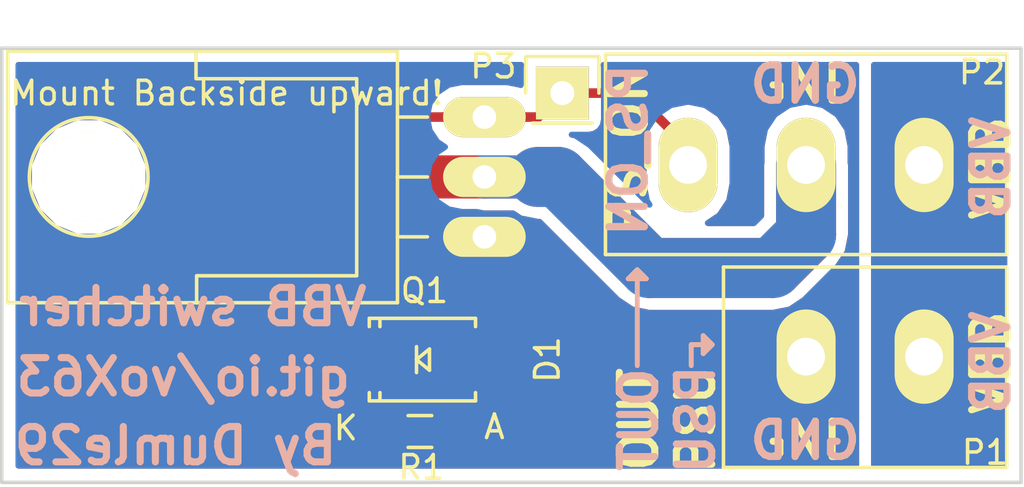
<source format=kicad_pcb>
(kicad_pcb (version 4) (host pcbnew 4.0.1-stable)

  (general
    (links 9)
    (no_connects 1)
    (area 115.494999 89.7518 158.825001 110.8332)
    (thickness 1.6)
    (drawings 59)
    (tracks 44)
    (zones 0)
    (modules 6)
    (nets 5)
  )

  (page A4)
  (layers
    (0 F.Cu signal)
    (31 B.Cu signal)
    (32 B.Adhes user)
    (33 F.Adhes user)
    (34 B.Paste user)
    (35 F.Paste user)
    (36 B.SilkS user)
    (37 F.SilkS user)
    (38 B.Mask user)
    (39 F.Mask user)
    (40 Dwgs.User user)
    (41 Cmts.User user)
    (42 Eco1.User user)
    (43 Eco2.User user)
    (44 Edge.Cuts user)
    (45 Margin user)
    (46 B.CrtYd user)
    (47 F.CrtYd user)
    (48 B.Fab user)
    (49 F.Fab user)
  )

  (setup
    (last_trace_width 1.8288)
    (user_trace_width 0.254)
    (user_trace_width 0.4064)
    (user_trace_width 0.8128)
    (user_trace_width 1.2192)
    (user_trace_width 1.4224)
    (user_trace_width 1.6256)
    (user_trace_width 1.8288)
    (user_trace_width 2.54)
    (trace_clearance 0.2032)
    (zone_clearance 0.508)
    (zone_45_only no)
    (trace_min 0.2)
    (segment_width 0.2)
    (edge_width 0.15)
    (via_size 0.9144)
    (via_drill 0.508)
    (via_min_size 0.4)
    (via_min_drill 0.3)
    (user_via 1.1684 0.762)
    (user_via 1.4224 1.016)
    (uvia_size 0.9144)
    (uvia_drill 0.508)
    (uvias_allowed no)
    (uvia_min_size 0.2)
    (uvia_min_drill 0.1)
    (pcb_text_width 0.3)
    (pcb_text_size 1.5 1.5)
    (mod_edge_width 0.15)
    (mod_text_size 1 1)
    (mod_text_width 0.15)
    (pad_size 1.524 1.524)
    (pad_drill 0.762)
    (pad_to_mask_clearance 0.2)
    (aux_axis_origin 0 0)
    (visible_elements FFFFFF7F)
    (pcbplotparams
      (layerselection 0x010f0_80000001)
      (usegerberextensions true)
      (excludeedgelayer true)
      (linewidth 0.100000)
      (plotframeref false)
      (viasonmask false)
      (mode 1)
      (useauxorigin false)
      (hpglpennumber 1)
      (hpglpenspeed 20)
      (hpglpendiameter 15)
      (hpglpenoverlay 2)
      (psnegative false)
      (psa4output false)
      (plotreference true)
      (plotvalue true)
      (plotinvisibletext false)
      (padsonsilk false)
      (subtractmaskfromsilk false)
      (outputformat 1)
      (mirror false)
      (drillshape 0)
      (scaleselection 1)
      (outputdirectory gerbers/))
  )

  (net 0 "")
  (net 1 "Net-(D1-Pad1)")
  (net 2 GND)
  (net 3 "Net-(P1-Pad2)")
  (net 4 "Net-(P2-Pad3)")

  (net_class Default "This is the default net class."
    (clearance 0.2032)
    (trace_width 0.2032)
    (via_dia 0.9144)
    (via_drill 0.508)
    (uvia_dia 0.9144)
    (uvia_drill 0.508)
    (add_net GND)
    (add_net "Net-(D1-Pad1)")
    (add_net "Net-(P1-Pad2)")
    (add_net "Net-(P2-Pad3)")
  )

  (module TO_SOT_Packages_THT:TO-220_Neutral123_Horizontal_Reverse_LargePads (layer F.Cu) (tedit 0) (tstamp 576B18FB)
    (at 136.017 97.536 90)
    (descr "TO-220, Neutral, Horizontal, Reverse, Large Pads,")
    (tags "TO-220, Neutral, Horizontal,  Reverse, Large Pads,")
    (path /576B13CF)
    (fp_text reference Q1 (at -4.826 -2.54 180) (layer F.SilkS)
      (effects (font (size 1 1) (thickness 0.15)))
    )
    (fp_text value AOT240L (at 1.27 3.81 90) (layer F.Fab)
      (effects (font (size 1 1) (thickness 0.15)))
    )
    (fp_line (start -2.54 -3.683) (end -2.54 -2.413) (layer F.SilkS) (width 0.15))
    (fp_line (start 0 -3.683) (end 0 -2.413) (layer F.SilkS) (width 0.15))
    (fp_line (start 2.54 -3.683) (end 2.54 -2.413) (layer F.SilkS) (width 0.15))
    (fp_text user "Mount Backside upward!" (at 3.556 -10.922 180) (layer F.SilkS)
      (effects (font (size 1 1) (thickness 0.15)))
    )
    (fp_line (start 4.1656 -12.2174) (end 5.3594 -12.2174) (layer F.SilkS) (width 0.15))
    (fp_line (start -4.191 -12.192) (end -5.334 -12.192) (layer F.SilkS) (width 0.15))
    (fp_line (start -4.191 -5.4102) (end -4.191 -12.1666) (layer F.SilkS) (width 0.15))
    (fp_line (start 4.1656 -12.192) (end 4.1656 -5.4102) (layer F.SilkS) (width 0.15))
    (fp_line (start 4.1656 -5.4102) (end -4.1656 -5.4102) (layer F.SilkS) (width 0.15))
    (fp_circle (center 0 -16.764) (end 1.778 -14.986) (layer F.SilkS) (width 0.15))
    (fp_line (start 5.334 -12.192) (end 5.334 -20.193) (layer F.SilkS) (width 0.15))
    (fp_line (start 5.334 -20.193) (end -5.334 -20.193) (layer F.SilkS) (width 0.15))
    (fp_line (start -5.334 -20.193) (end -5.334 -12.192) (layer F.SilkS) (width 0.15))
    (fp_line (start 5.334 -3.683) (end 5.334 -12.192) (layer F.SilkS) (width 0.15))
    (fp_line (start -5.334 -12.192) (end -5.334 -3.683) (layer F.SilkS) (width 0.15))
    (fp_line (start 0 -3.683) (end -5.334 -3.683) (layer F.SilkS) (width 0.15))
    (fp_line (start 0 -3.683) (end 5.334 -3.683) (layer F.SilkS) (width 0.15))
    (pad 2 thru_hole oval (at 0 0 180) (size 3.50012 1.69926) (drill 1.00076) (layers *.Cu *.Mask F.SilkS)
      (net 1 "Net-(D1-Pad1)"))
    (pad 3 thru_hole oval (at -2.54 0 180) (size 3.50012 1.69926) (drill 1.00076) (layers *.Cu *.Mask F.SilkS)
      (net 2 GND))
    (pad 1 thru_hole oval (at 2.54 0 180) (size 3.50012 1.69926) (drill 1.00076) (layers *.Cu *.Mask F.SilkS)
      (net 4 "Net-(P2-Pad3)"))
    (pad "" np_thru_hole circle (at 0 -16.764 180) (size 3.79984 3.79984) (drill 3.79984) (layers *.Cu *.Mask F.SilkS))
  )

  (module Resistors_SMD:R_0603_HandSoldering (layer F.Cu) (tedit 5418A00F) (tstamp 576B1901)
    (at 133.2865 108.331 180)
    (descr "Resistor SMD 0603, hand soldering")
    (tags "resistor 0603")
    (path /576B1413)
    (attr smd)
    (fp_text reference R1 (at -0.0635 -1.524 180) (layer F.SilkS)
      (effects (font (size 1 1) (thickness 0.15)))
    )
    (fp_text value 10k (at 0 1.9 180) (layer F.Fab)
      (effects (font (size 1 1) (thickness 0.15)))
    )
    (fp_line (start -2 -0.8) (end 2 -0.8) (layer F.CrtYd) (width 0.05))
    (fp_line (start -2 0.8) (end 2 0.8) (layer F.CrtYd) (width 0.05))
    (fp_line (start -2 -0.8) (end -2 0.8) (layer F.CrtYd) (width 0.05))
    (fp_line (start 2 -0.8) (end 2 0.8) (layer F.CrtYd) (width 0.05))
    (fp_line (start 0.5 0.675) (end -0.5 0.675) (layer F.SilkS) (width 0.15))
    (fp_line (start -0.5 -0.675) (end 0.5 -0.675) (layer F.SilkS) (width 0.15))
    (pad 1 smd rect (at -1.1 0 180) (size 1.2 0.9) (layers F.Cu F.Paste F.Mask)
      (net 2 GND))
    (pad 2 smd rect (at 1.1 0 180) (size 1.2 0.9) (layers F.Cu F.Paste F.Mask)
      (net 4 "Net-(P2-Pad3)"))
    (model Resistors_SMD.3dshapes/R_0603_HandSoldering.wrl
      (at (xyz 0 0 0))
      (scale (xyz 1 1 1))
      (rotate (xyz 0 0 0))
    )
  )

  (module Diodes_SMD:SMA_Handsoldering (layer F.Cu) (tedit 552FF1AB) (tstamp 576B18E2)
    (at 133.39064 105.283)
    (descr "Diode SMA Handsoldering")
    (tags "Diode SMA Handsoldering")
    (path /576B2201)
    (attr smd)
    (fp_text reference D1 (at 5.29336 0 90) (layer F.SilkS)
      (effects (font (size 1 1) (thickness 0.15)))
    )
    (fp_text value 1N4007 (at 0.05 4.4) (layer F.Fab)
      (effects (font (size 1 1) (thickness 0.15)))
    )
    (fp_line (start -4.5 -2) (end 4.5 -2) (layer F.CrtYd) (width 0.05))
    (fp_line (start 4.5 -2) (end 4.5 2) (layer F.CrtYd) (width 0.05))
    (fp_line (start 4.5 2) (end -4.5 2) (layer F.CrtYd) (width 0.05))
    (fp_line (start -4.5 2) (end -4.5 -2) (layer F.CrtYd) (width 0.05))
    (fp_line (start -0.25 0) (end 0.3 -0.45) (layer F.SilkS) (width 0.15))
    (fp_line (start 0.3 -0.45) (end 0.3 0.45) (layer F.SilkS) (width 0.15))
    (fp_line (start 0.3 0.45) (end -0.25 0) (layer F.SilkS) (width 0.15))
    (fp_line (start -0.25 -0.55) (end -0.25 0.55) (layer F.SilkS) (width 0.15))
    (fp_text user K (at -3.25 2.9) (layer F.SilkS)
      (effects (font (size 1 1) (thickness 0.15)))
    )
    (fp_text user A (at 3.05 2.85) (layer F.SilkS)
      (effects (font (size 1 1) (thickness 0.15)))
    )
    (fp_line (start -1.79914 1.75006) (end -1.79914 1.39954) (layer F.SilkS) (width 0.15))
    (fp_line (start -1.79914 -1.75006) (end -1.79914 -1.39954) (layer F.SilkS) (width 0.15))
    (fp_line (start 2.25044 1.75006) (end 2.25044 1.39954) (layer F.SilkS) (width 0.15))
    (fp_line (start -2.25044 1.75006) (end -2.25044 1.39954) (layer F.SilkS) (width 0.15))
    (fp_line (start -2.25044 -1.75006) (end -2.25044 -1.39954) (layer F.SilkS) (width 0.15))
    (fp_line (start 2.25044 -1.75006) (end 2.25044 -1.39954) (layer F.SilkS) (width 0.15))
    (fp_line (start -2.25044 1.75006) (end 2.25044 1.75006) (layer F.SilkS) (width 0.15))
    (fp_line (start -2.25044 -1.75006) (end 2.25044 -1.75006) (layer F.SilkS) (width 0.15))
    (pad 1 smd rect (at -2.49936 0) (size 3.50012 1.80086) (layers F.Cu F.Paste F.Mask)
      (net 1 "Net-(D1-Pad1)"))
    (pad 2 smd rect (at 2.49936 0) (size 3.50012 1.80086) (layers F.Cu F.Paste F.Mask)
      (net 2 GND))
    (model Diodes_SMD.3dshapes/SMA_Handsoldering.wrl
      (at (xyz 0 0 0))
      (scale (xyz 0.3937 0.3937 0.3937))
      (rotate (xyz 0 0 180))
    )
  )

  (module Connectors:FCI_20020107-2p (layer F.Cu) (tedit 576B176D) (tstamp 576B18E8)
    (at 152.146 105.156)
    (path /576B17E7)
    (fp_text reference P1 (at 5.08 4.064) (layer F.SilkS)
      (effects (font (size 1 1) (thickness 0.15)))
    )
    (fp_text value CONN_01X02 (at 0 -0.5) (layer F.Fab)
      (effects (font (size 1 1) (thickness 0.15)))
    )
    (fp_line (start -6 -3.8) (end -6 4.7) (layer F.SilkS) (width 0.15))
    (fp_line (start 6 -3.8) (end 6 4.7) (layer F.SilkS) (width 0.15))
    (fp_line (start -6 -3.8) (end 6 -3.8) (layer F.SilkS) (width 0.15))
    (fp_line (start -6 4.7) (end 6 4.7) (layer F.SilkS) (width 0.15))
    (pad 1 thru_hole oval (at -2.5 0 180) (size 2.5 4) (drill 1.6) (layers *.Cu *.Mask F.SilkS)
      (net 2 GND))
    (pad 2 thru_hole oval (at 2.5 0) (size 2.5 4) (drill 1.6) (layers *.Cu *.Mask F.SilkS)
      (net 3 "Net-(P1-Pad2)"))
  )

  (module Connectors:FCI_20020107-3p (layer F.Cu) (tedit 576B180E) (tstamp 576B18F3)
    (at 149.646 97.028 180)
    (path /576B1E02)
    (fp_text reference P2 (at -7.453 3.937 180) (layer F.SilkS)
      (effects (font (size 1 1) (thickness 0.15)))
    )
    (fp_text value CONN_01X03 (at 0 -0.5 180) (layer F.Fab)
      (effects (font (size 1 1) (thickness 0.15)))
    )
    (fp_line (start -8.5 -3.8) (end -8.5 4.7) (layer F.SilkS) (width 0.15))
    (fp_line (start -8.5 4.7) (end 8.5 4.7) (layer F.SilkS) (width 0.15))
    (fp_line (start 8.5 -3.8) (end 8.5 4.7) (layer F.SilkS) (width 0.15))
    (fp_line (start -8.5 -3.8) (end 8.5 -3.8) (layer F.SilkS) (width 0.15))
    (pad 1 thru_hole oval (at -5 0) (size 2.5 4) (drill 1.6) (layers *.Cu *.Mask F.SilkS)
      (net 3 "Net-(P1-Pad2)"))
    (pad 2 thru_hole oval (at 0 0) (size 2.5 4) (drill 1.6) (layers *.Cu *.Mask F.SilkS)
      (net 1 "Net-(D1-Pad1)"))
    (pad 3 thru_hole oval (at 5 0) (size 2.5 4) (drill 1.6) (layers *.Cu *.Mask F.SilkS)
      (net 4 "Net-(P2-Pad3)"))
  )

  (module Pin_Headers:Pin_Header_Straight_1x01 (layer F.Cu) (tedit 54EA08DC) (tstamp 576B1F63)
    (at 139.319 93.98)
    (descr "Through hole pin header")
    (tags "pin header")
    (path /576B24DD)
    (fp_text reference P3 (at -2.921 -1.143) (layer F.SilkS)
      (effects (font (size 1 1) (thickness 0.15)))
    )
    (fp_text value CONN_01X01 (at 0 -3.1) (layer F.Fab)
      (effects (font (size 1 1) (thickness 0.15)))
    )
    (fp_line (start 1.55 -1.55) (end 1.55 0) (layer F.SilkS) (width 0.15))
    (fp_line (start -1.75 -1.75) (end -1.75 1.75) (layer F.CrtYd) (width 0.05))
    (fp_line (start 1.75 -1.75) (end 1.75 1.75) (layer F.CrtYd) (width 0.05))
    (fp_line (start -1.75 -1.75) (end 1.75 -1.75) (layer F.CrtYd) (width 0.05))
    (fp_line (start -1.75 1.75) (end 1.75 1.75) (layer F.CrtYd) (width 0.05))
    (fp_line (start -1.55 0) (end -1.55 -1.55) (layer F.SilkS) (width 0.15))
    (fp_line (start -1.55 -1.55) (end 1.55 -1.55) (layer F.SilkS) (width 0.15))
    (fp_line (start -1.27 1.27) (end 1.27 1.27) (layer F.SilkS) (width 0.15))
    (pad 1 thru_hole rect (at 0 0) (size 2.2352 2.2352) (drill 1.016) (layers *.Cu *.Mask F.SilkS)
      (net 4 "Net-(P2-Pad3)"))
    (model Pin_Headers.3dshapes/Pin_Header_Straight_1x01.wrl
      (at (xyz 0 0 0))
      (scale (xyz 1 1 1))
      (rotate (xyz 0 0 90))
    )
  )

  (gr_text "VBB switcher" (at 116.14912 103.04272 360) (layer B.SilkS)
    (effects (font (size 1.5 1.5) (thickness 0.3)) (justify right mirror))
  )
  (gr_text git.io/voX63 (at 116.0272 106.0196 360) (layer B.SilkS)
    (effects (font (size 1.5 1.5) (thickness 0.3)) (justify right mirror))
  )
  (gr_text "By Dumle29" (at 115.951 108.9406 360) (layer B.SilkS)
    (effects (font (size 1.5 1.5) (thickness 0.3)) (justify right mirror))
  )
  (gr_line (start 145.415 104.775) (end 145.415 104.521) (layer B.SilkS) (width 0.2) (tstamp 576B22D8))
  (gr_line (start 145.669 104.648) (end 145.415 104.775) (layer B.SilkS) (width 0.2) (tstamp 576B22D7))
  (gr_line (start 145.288 104.267) (end 145.669 104.648) (layer B.SilkS) (width 0.2) (tstamp 576B22D6))
  (gr_line (start 145.288 105.029) (end 145.288 104.267) (layer B.SilkS) (width 0.2) (tstamp 576B22D5))
  (gr_line (start 145.669 104.648) (end 145.288 105.029) (layer B.SilkS) (width 0.2) (tstamp 576B22D4))
  (gr_line (start 144.78 104.648) (end 145.669 104.648) (layer B.SilkS) (width 0.2) (tstamp 576B22D3))
  (gr_line (start 144.78 104.648) (end 144.78 104.775) (layer B.SilkS) (width 0.2) (tstamp 576B22D2))
  (gr_line (start 144.78 104.775) (end 144.78 105.537) (layer B.SilkS) (width 0.2) (tstamp 576B22D1))
  (gr_line (start 142.494 101.473) (end 142.367 101.727) (layer B.SilkS) (width 0.2) (tstamp 576B22CE))
  (gr_line (start 142.367 101.727) (end 142.621 101.727) (layer B.SilkS) (width 0.2) (tstamp 576B22CD))
  (gr_line (start 142.494 101.473) (end 142.367 101.727) (layer B.SilkS) (width 0.2) (tstamp 576B22CC))
  (gr_line (start 142.367 101.727) (end 142.621 101.727) (layer B.SilkS) (width 0.2) (tstamp 576B22CB))
  (gr_line (start 142.494 101.473) (end 142.875 101.854) (layer B.SilkS) (width 0.2) (tstamp 576B22CA))
  (gr_line (start 142.875 101.854) (end 142.113 101.854) (layer B.SilkS) (width 0.2) (tstamp 576B22C9))
  (gr_line (start 142.113 101.854) (end 142.494 101.473) (layer B.SilkS) (width 0.2) (tstamp 576B22C8))
  (gr_line (start 142.494 101.473) (end 142.875 101.854) (layer B.SilkS) (width 0.2) (tstamp 576B22C7))
  (gr_line (start 142.875 101.854) (end 142.113 101.854) (layer B.SilkS) (width 0.2) (tstamp 576B22C6))
  (gr_line (start 142.113 101.854) (end 142.494 101.473) (layer B.SilkS) (width 0.2) (tstamp 576B22C5))
  (gr_line (start 142.621 101.727) (end 142.367 101.727) (layer F.SilkS) (width 0.2) (tstamp 576B2292))
  (gr_line (start 142.494 101.473) (end 142.621 101.727) (layer F.SilkS) (width 0.2) (tstamp 576B2291))
  (gr_line (start 142.875 101.854) (end 142.494 101.473) (layer F.SilkS) (width 0.2) (tstamp 576B2290))
  (gr_line (start 142.113 101.854) (end 142.875 101.854) (layer F.SilkS) (width 0.2) (tstamp 576B228F))
  (gr_line (start 142.494 101.473) (end 142.113 101.854) (layer F.SilkS) (width 0.2) (tstamp 576B228E))
  (gr_line (start 142.494 101.473) (end 142.494 105.537) (layer B.SilkS) (width 0.2) (tstamp 576B2286))
  (gr_text "OUT\nPSU" (at 143.764 107.823 90) (layer B.SilkS) (tstamp 576B227D)
    (effects (font (size 1.5 1.5) (thickness 0.3)) (justify mirror))
  )
  (gr_line (start 142.621 101.727) (end 142.367 101.727) (layer F.SilkS) (width 0.2))
  (gr_line (start 142.494 101.473) (end 142.621 101.727) (layer F.SilkS) (width 0.2))
  (gr_line (start 142.875 101.854) (end 142.494 101.473) (layer F.SilkS) (width 0.2))
  (gr_line (start 142.113 101.854) (end 142.875 101.854) (layer F.SilkS) (width 0.2))
  (gr_line (start 142.494 101.473) (end 142.113 101.854) (layer F.SilkS) (width 0.2))
  (gr_line (start 142.494 105.537) (end 142.494 101.473) (layer F.SilkS) (width 0.2))
  (gr_line (start 145.415 104.521) (end 145.415 104.775) (layer F.SilkS) (width 0.2))
  (gr_line (start 145.669 104.648) (end 145.415 104.521) (layer F.SilkS) (width 0.2))
  (gr_line (start 145.288 105.029) (end 145.669 104.648) (layer F.SilkS) (width 0.2))
  (gr_line (start 145.288 104.267) (end 145.288 105.029) (layer F.SilkS) (width 0.2))
  (gr_line (start 145.669 104.648) (end 145.288 104.267) (layer F.SilkS) (width 0.2))
  (gr_line (start 144.78 104.648) (end 145.669 104.648) (layer F.SilkS) (width 0.2))
  (gr_line (start 144.78 104.775) (end 144.78 104.648) (layer F.SilkS) (width 0.2))
  (gr_line (start 144.78 105.537) (end 144.78 104.775) (layer F.SilkS) (width 0.2))
  (gr_text "OUT\nPSU" (at 143.764 107.823 90) (layer F.SilkS)
    (effects (font (size 1.5 1.5) (thickness 0.3)))
  )
  (gr_text PS_ON (at 142.113 96.393 90) (layer B.SilkS) (tstamp 576B2211)
    (effects (font (size 1.5 1.5) (thickness 0.3)) (justify mirror))
  )
  (gr_text PS_ON (at 142.113 96.393 90) (layer F.SilkS)
    (effects (font (size 1.5 1.5) (thickness 0.3)))
  )
  (gr_text "GND\n" (at 149.606 93.599 360) (layer B.SilkS) (tstamp 576B21ED)
    (effects (font (size 1.5 1.5) (thickness 0.3)) (justify mirror))
  )
  (gr_text GND (at 149.606 93.599) (layer F.SilkS) (tstamp 576B21CF)
    (effects (font (size 1.5 1.5) (thickness 0.3)))
  )
  (gr_text "VBB\n" (at 157.48 105.41 90) (layer B.SilkS) (tstamp 576B21C4)
    (effects (font (size 1.5 1.5) (thickness 0.3)) (justify mirror))
  )
  (gr_text "VBB\n" (at 157.48 105.41 90) (layer F.SilkS) (tstamp 576B21C1)
    (effects (font (size 1.5 1.5) (thickness 0.3)))
  )
  (gr_text GND (at 149.606 108.712) (layer F.SilkS)
    (effects (font (size 1.5 1.5) (thickness 0.3)))
  )
  (gr_text "VBB\n" (at 157.48 97.155 90) (layer F.SilkS)
    (effects (font (size 1.5 1.5) (thickness 0.3)))
  )
  (gr_text "GND\n" (at 149.606 108.712 360) (layer B.SilkS)
    (effects (font (size 1.5 1.5) (thickness 0.3)) (justify mirror))
  )
  (gr_text "VBB\n" (at 157.48 97.155 90) (layer B.SilkS)
    (effects (font (size 1.5 1.5) (thickness 0.3)) (justify mirror))
  )
  (gr_line (start 158.75 92.075) (end 158.115 92.075) (layer Edge.Cuts) (width 0.15))
  (gr_line (start 158.75 110.49) (end 158.75 92.075) (layer Edge.Cuts) (width 0.15))
  (gr_line (start 115.57 110.49) (end 158.75 110.49) (layer Edge.Cuts) (width 0.15))
  (gr_line (start 115.57 109.22) (end 115.57 110.49) (layer Edge.Cuts) (width 0.15))
  (gr_line (start 115.57 92.075) (end 115.57 109.22) (layer Edge.Cuts) (width 0.15))
  (gr_line (start 158.115 92.075) (end 115.57 92.075) (layer Edge.Cuts) (width 0.15))

  (segment (start 143.002 101.3968) (end 148.2344 101.3968) (width 2.54) (layer F.Cu) (net 1))
  (segment (start 143.002 101.3968) (end 148.2344 101.3968) (width 2.54) (layer B.Cu) (net 1) (tstamp 576B1B36))
  (segment (start 148.2344 101.386) (end 149.646 99.9744) (width 2.54) (layer F.Cu) (net 1) (tstamp 576B1B3F))
  (segment (start 148.2344 101.3968) (end 149.646 99.9852) (width 2.54) (layer F.Cu) (net 1))
  (segment (start 149.646 99.9852) (end 149.646 97.028) (width 2.54) (layer B.Cu) (net 1) (tstamp 576B1B5C))
  (segment (start 148.2344 101.386) (end 149.646 99.9744) (width 2.54) (layer B.Cu) (net 1) (tstamp 576B1B51))
  (segment (start 149.646 99.9852) (end 149.646 97.028) (width 2.54) (layer F.Cu) (net 1))
  (segment (start 139.1412 97.536) (end 143.002 101.3968) (width 2.54) (layer F.Cu) (net 1))
  (segment (start 138.2776 97.536) (end 139.1412 97.536) (width 2.54) (layer B.Cu) (net 1) (tstamp 576B1B2A))
  (segment (start 139.1412 97.536) (end 143.002 101.3968) (width 2.54) (layer B.Cu) (net 1) (tstamp 576B1B21))
  (segment (start 136.017 97.536) (end 138.2776 97.536) (width 1.8288) (layer B.Cu) (net 1) (tstamp 576B1BEB))
  (segment (start 138.2776 97.536) (end 139.1412 97.536) (width 2.54) (layer F.Cu) (net 1))
  (segment (start 136.017 97.536) (end 138.2776 97.536) (width 1.8288) (layer F.Cu) (net 1))
  (segment (start 130.89128 99.08286) (end 132.43814 97.536) (width 1.8288) (layer F.Cu) (net 1))
  (segment (start 130.89128 105.283) (end 130.89128 99.08286) (width 1.8288) (layer F.Cu) (net 1))
  (segment (start 132.43814 97.536) (end 136.017 97.536) (width 1.8288) (layer F.Cu) (net 1))
  (segment (start 136.017 100.8634) (end 140.3096 105.156) (width 2.54) (layer F.Cu) (net 2))
  (segment (start 136.017 100.8634) (end 140.3096 105.156) (width 2.54) (layer B.Cu) (net 2) (tstamp 576B1B98))
  (segment (start 136.017 100.076) (end 136.017 100.8634) (width 1.8288) (layer F.Cu) (net 2))
  (segment (start 136.017 100.076) (end 136.017 100.8634) (width 1.8288) (layer B.Cu) (net 2) (tstamp 576B1BA4))
  (segment (start 134.5365 108.331) (end 135.89 106.9775) (width 0.4064) (layer F.Cu) (net 2))
  (segment (start 135.89 106.9775) (end 135.89 105.283) (width 0.4064) (layer F.Cu) (net 2))
  (segment (start 135.89 105.283) (end 140.1826 105.283) (width 1.6256) (layer F.Cu) (net 2))
  (segment (start 142.8096 105.156) (end 149.646 105.156) (width 2.54) (layer F.Cu) (net 2))
  (segment (start 142.6826 105.283) (end 142.8096 105.156) (width 1.6256) (layer F.Cu) (net 2))
  (segment (start 142.8096 105.156) (end 140.3096 105.156) (width 2.54) (layer F.Cu) (net 2))
  (segment (start 140.1826 105.283) (end 140.3096 105.156) (width 1.6256) (layer F.Cu) (net 2))
  (segment (start 145.856 105.156) (end 140.3096 105.156) (width 2.54) (layer B.Cu) (net 2))
  (segment (start 149.646 105.156) (end 145.856 105.156) (width 2.54) (layer B.Cu) (net 2))
  (segment (start 134.3865 108.331) (end 134.5365 108.331) (width 0.4064) (layer F.Cu) (net 2))
  (segment (start 154.646 105.156) (end 154.646 97.028) (width 2.54) (layer F.Cu) (net 3))
  (segment (start 154.6352 105.156) (end 154.6352 97.028) (width 2.54) (layer B.Cu) (net 3) (tstamp 576B1B7A))
  (segment (start 136.017 94.996) (end 138.303 94.996) (width 0.4064) (layer F.Cu) (net 4))
  (segment (start 138.303 94.996) (end 139.319 93.98) (width 0.4064) (layer F.Cu) (net 4))
  (segment (start 139.319 93.98) (end 142.348 93.98) (width 0.4064) (layer F.Cu) (net 4))
  (segment (start 142.348 93.98) (end 144.646 96.278) (width 0.4064) (layer F.Cu) (net 4))
  (segment (start 144.646 96.278) (end 144.646 97.028) (width 0.4064) (layer F.Cu) (net 4))
  (segment (start 128.0668 108.0516) (end 128.0668 107.95) (width 0.4064) (layer F.Cu) (net 4))
  (segment (start 128.0668 107.95) (end 128.0668 97.9932) (width 0.4064) (layer F.Cu) (net 4))
  (segment (start 128.0668 106.2228) (end 128.0668 107.95) (width 0.4064) (layer F.Cu) (net 4))
  (segment (start 132.1865 108.331) (end 128.3462 108.331) (width 0.4064) (layer F.Cu) (net 4))
  (segment (start 128.3462 108.331) (end 128.0668 108.0516) (width 0.4064) (layer F.Cu) (net 4))
  (segment (start 128.0668 97.9932) (end 131.064 94.996) (width 0.4064) (layer F.Cu) (net 4))
  (segment (start 131.064 94.996) (end 136.017 94.996) (width 0.4064) (layer F.Cu) (net 4))

  (zone (net 3) (net_name "Net-(P1-Pad2)") (layer F.Cu) (tstamp 0) (hatch full 0.508)
    (priority 10)
    (connect_pads yes (clearance 0.508))
    (min_thickness 0.254)
    (fill yes (arc_segments 16) (thermal_gap 0.508) (thermal_bridge_width 0.508))
    (polygon
      (pts
        (xy 158.75 92.075) (xy 152.4 92.075) (xy 152.4 110.49) (xy 158.75 110.49)
      )
    )
    (filled_polygon
      (pts
        (xy 158.04 109.78) (xy 152.527 109.78) (xy 152.527 92.785) (xy 158.04 92.785)
      )
    )
  )
  (zone (net 3) (net_name "Net-(P1-Pad2)") (layer B.Cu) (tstamp 576B2058) (hatch full 0.508)
    (priority 10)
    (connect_pads yes (clearance 0.508))
    (min_thickness 0.254)
    (fill yes (arc_segments 16) (thermal_gap 0.508) (thermal_bridge_width 0.508))
    (polygon
      (pts
        (xy 158.75 92.075) (xy 152.4 92.075) (xy 152.4 110.49) (xy 158.75 110.49)
      )
    )
    (filled_polygon
      (pts
        (xy 158.04 109.78) (xy 152.527 109.78) (xy 152.527 92.785) (xy 158.04 92.785)
      )
    )
  )
  (zone (net 2) (net_name GND) (layer F.Cu) (tstamp 0) (hatch full 0.508)
    (connect_pads yes (clearance 0.508))
    (min_thickness 0.254)
    (fill yes (arc_segments 16) (thermal_gap 0.508) (thermal_bridge_width 0.508))
    (polygon
      (pts
        (xy 115.57 92.075) (xy 158.75 92.075) (xy 158.75 110.49) (xy 115.57 110.49)
      )
    )
    (filled_polygon
      (pts
        (xy 137.55396 92.8624) (xy 137.55396 93.638854) (xy 137.532299 93.624381) (xy 136.964156 93.51137) (xy 135.069844 93.51137)
        (xy 134.501701 93.624381) (xy 134.020052 93.946208) (xy 133.878671 94.1578) (xy 131.064 94.1578) (xy 130.743235 94.221604)
        (xy 130.471303 94.403303) (xy 127.474103 97.400503) (xy 127.292404 97.672434) (xy 127.292404 97.672435) (xy 127.2286 97.9932)
        (xy 127.2286 108.0516) (xy 127.292404 108.372366) (xy 127.474103 108.644297) (xy 127.753503 108.923697) (xy 128.025434 109.105396)
        (xy 128.3462 109.1692) (xy 131.081716 109.1692) (xy 131.12241 109.232441) (xy 131.33461 109.377431) (xy 131.5865 109.42844)
        (xy 132.7865 109.42844) (xy 133.021817 109.384162) (xy 133.237941 109.24509) (xy 133.382931 109.03289) (xy 133.43394 108.781)
        (xy 133.43394 107.881) (xy 133.389662 107.645683) (xy 133.25059 107.429559) (xy 133.03839 107.284569) (xy 132.7865 107.23356)
        (xy 131.5865 107.23356) (xy 131.351183 107.277838) (xy 131.135059 107.41691) (xy 131.083206 107.4928) (xy 128.905 107.4928)
        (xy 128.905 106.783034) (xy 129.14122 106.83087) (xy 130.883588 106.83087) (xy 130.89128 106.8324) (xy 130.898972 106.83087)
        (xy 132.64134 106.83087) (xy 132.876657 106.786592) (xy 133.092781 106.64752) (xy 133.237771 106.43532) (xy 133.28878 106.18343)
        (xy 133.28878 104.38257) (xy 133.244502 104.147253) (xy 133.10543 103.931129) (xy 132.89323 103.786139) (xy 132.64134 103.73513)
        (xy 132.44068 103.73513) (xy 132.44068 99.724642) (xy 133.079923 99.0854) (xy 137.233417 99.0854) (xy 137.548588 99.295991)
        (xy 138.2776 99.441) (xy 138.352124 99.441) (xy 141.654962 102.743839) (xy 142.272988 103.156791) (xy 143.002 103.3018)
        (xy 148.2344 103.3018) (xy 148.963412 103.156791) (xy 149.581438 102.743838) (xy 150.993039 101.332238) (xy 151.405991 100.714212)
        (xy 151.551 99.9852) (xy 151.551 97.028) (xy 151.531 96.927453) (xy 151.531 96.226377) (xy 151.387513 95.505019)
        (xy 150.978896 94.893481) (xy 150.367358 94.484864) (xy 149.646 94.341377) (xy 148.924642 94.484864) (xy 148.313104 94.893481)
        (xy 147.904487 95.505019) (xy 147.761 96.226377) (xy 147.761 96.927453) (xy 147.741 97.028) (xy 147.741 99.185323)
        (xy 147.434524 99.4918) (xy 145.486093 99.4918) (xy 145.978896 99.162519) (xy 146.387513 98.550981) (xy 146.531 97.829623)
        (xy 146.531 96.226377) (xy 146.387513 95.505019) (xy 145.978896 94.893481) (xy 145.367358 94.484864) (xy 144.646 94.341377)
        (xy 144.019408 94.466014) (xy 142.940697 93.387303) (xy 142.668766 93.205604) (xy 142.348 93.1418) (xy 141.08404 93.1418)
        (xy 141.08404 92.8624) (xy 141.069476 92.785) (xy 151.765 92.785) (xy 151.765 109.78) (xy 116.28 109.78)
        (xy 116.28 98.038015) (xy 116.717641 98.038015) (xy 117.102746 98.970041) (xy 117.815208 99.683748) (xy 118.746561 100.070479)
        (xy 119.755015 100.071359) (xy 120.687041 99.686254) (xy 121.400748 98.973792) (xy 121.787479 98.042439) (xy 121.788359 97.033985)
        (xy 121.403254 96.101959) (xy 120.690792 95.388252) (xy 119.759439 95.001521) (xy 118.750985 95.000641) (xy 117.818959 95.385746)
        (xy 117.105252 96.098208) (xy 116.718521 97.029561) (xy 116.717641 98.038015) (xy 116.28 98.038015) (xy 116.28 92.785)
        (xy 137.569634 92.785)
      )
    )
  )
  (zone (net 2) (net_name GND) (layer B.Cu) (tstamp 0) (hatch full 0.508)
    (connect_pads yes (clearance 0.508))
    (min_thickness 0.254)
    (fill yes (arc_segments 16) (thermal_gap 0.508) (thermal_bridge_width 0.508))
    (polygon
      (pts
        (xy 115.57 110.49) (xy 158.75 110.49) (xy 158.75 92.075) (xy 115.57 92.075)
      )
    )
    (filled_polygon
      (pts
        (xy 137.55396 92.8624) (xy 137.55396 93.638854) (xy 137.532299 93.624381) (xy 136.964156 93.51137) (xy 135.069844 93.51137)
        (xy 134.501701 93.624381) (xy 134.020052 93.946208) (xy 133.698225 94.427857) (xy 133.585214 94.996) (xy 133.698225 95.564143)
        (xy 134.020052 96.045792) (xy 134.349617 96.266) (xy 134.020052 96.486208) (xy 133.698225 96.967857) (xy 133.585214 97.536)
        (xy 133.698225 98.104143) (xy 134.020052 98.585792) (xy 134.501701 98.907619) (xy 135.069844 99.02063) (xy 135.691379 99.02063)
        (xy 136.017 99.0854) (xy 137.233417 99.0854) (xy 137.548588 99.295991) (xy 138.2776 99.441) (xy 138.352124 99.441)
        (xy 141.654962 102.743839) (xy 142.256825 103.145991) (xy 142.272988 103.156791) (xy 143.002 103.3018) (xy 148.2344 103.3018)
        (xy 148.963412 103.156791) (xy 149.581438 102.743838) (xy 149.603186 102.71129) (xy 150.960493 101.353984) (xy 150.993038 101.332238)
        (xy 151.405991 100.714212) (xy 151.551 99.9852) (xy 151.551 97.028) (xy 151.531 96.927453) (xy 151.531 96.226377)
        (xy 151.387513 95.505019) (xy 150.978896 94.893481) (xy 150.367358 94.484864) (xy 149.646 94.341377) (xy 148.924642 94.484864)
        (xy 148.313104 94.893481) (xy 147.904487 95.505019) (xy 147.761 96.226377) (xy 147.761 96.927453) (xy 147.741 97.028)
        (xy 147.741 99.185323) (xy 147.434524 99.4918) (xy 145.486093 99.4918) (xy 145.978896 99.162519) (xy 146.387513 98.550981)
        (xy 146.531 97.829623) (xy 146.531 96.226377) (xy 146.387513 95.505019) (xy 145.978896 94.893481) (xy 145.367358 94.484864)
        (xy 144.646 94.341377) (xy 143.924642 94.484864) (xy 143.313104 94.893481) (xy 142.904487 95.505019) (xy 142.761 96.226377)
        (xy 142.761 97.829623) (xy 142.904487 98.550981) (xy 143.013687 98.714411) (xy 140.488238 96.188962) (xy 139.870212 95.776009)
        (xy 139.71452 95.74504) (xy 140.4366 95.74504) (xy 140.671917 95.700762) (xy 140.888041 95.56169) (xy 141.033031 95.34949)
        (xy 141.08404 95.0976) (xy 141.08404 92.8624) (xy 141.069476 92.785) (xy 151.765 92.785) (xy 151.765 109.78)
        (xy 116.28 109.78) (xy 116.28 98.038015) (xy 116.717641 98.038015) (xy 117.102746 98.970041) (xy 117.815208 99.683748)
        (xy 118.746561 100.070479) (xy 119.755015 100.071359) (xy 120.687041 99.686254) (xy 121.400748 98.973792) (xy 121.787479 98.042439)
        (xy 121.788359 97.033985) (xy 121.403254 96.101959) (xy 120.690792 95.388252) (xy 119.759439 95.001521) (xy 118.750985 95.000641)
        (xy 117.818959 95.385746) (xy 117.105252 96.098208) (xy 116.718521 97.029561) (xy 116.717641 98.038015) (xy 116.28 98.038015)
        (xy 116.28 92.785) (xy 137.569634 92.785)
      )
    )
  )
)

</source>
